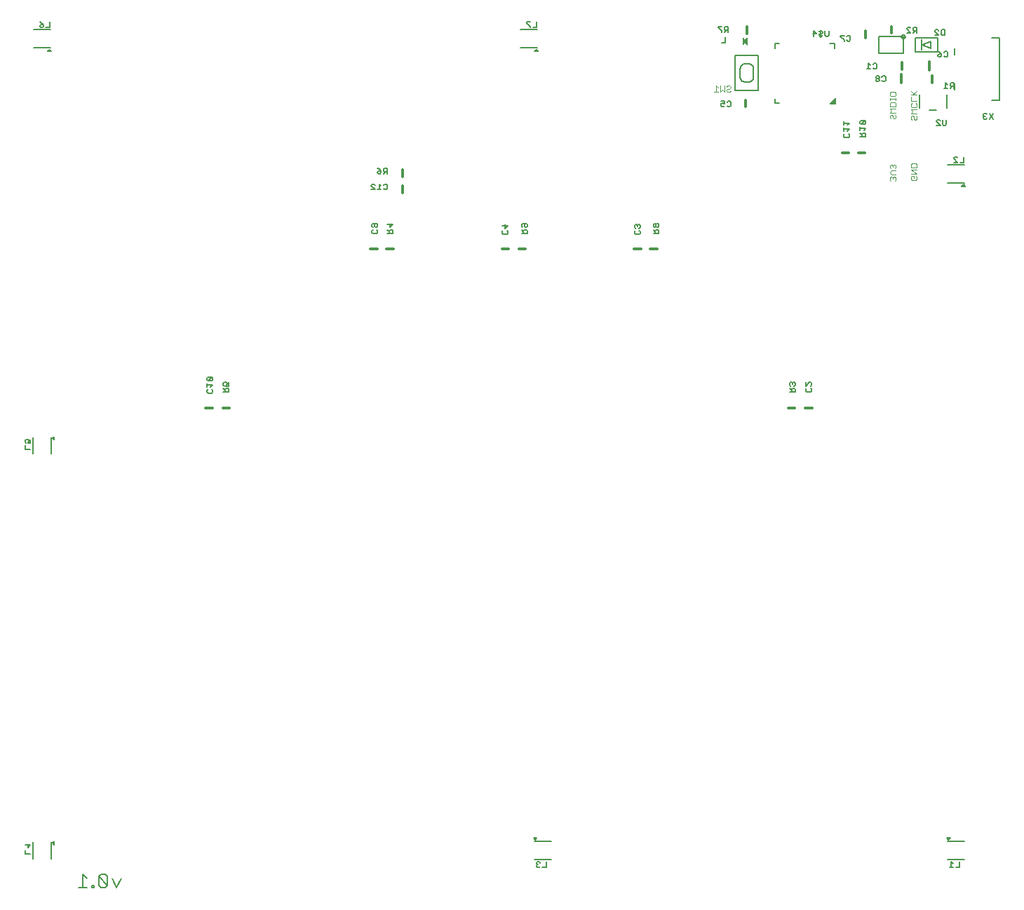
<source format=gbr>
G04 EAGLE Gerber RS-274X export*
G75*
%MOMM*%
%FSLAX34Y34*%
%LPD*%
%INSilkscreen Bottom*%
%IPPOS*%
%AMOC8*
5,1,8,0,0,1.08239X$1,22.5*%
G01*
%ADD10C,0.152400*%
%ADD11C,0.076200*%
%ADD12C,0.304800*%
%ADD13R,0.190500X0.889000*%
%ADD14C,0.127000*%
%ADD15C,0.203200*%
%ADD16R,0.200000X1.400000*%

G36*
X-187641Y1154569D02*
X-187641Y1154569D01*
X-187575Y1154571D01*
X-187532Y1154589D01*
X-187485Y1154597D01*
X-187428Y1154631D01*
X-187368Y1154656D01*
X-187333Y1154687D01*
X-187292Y1154712D01*
X-187251Y1154763D01*
X-187202Y1154807D01*
X-187180Y1154849D01*
X-187151Y1154886D01*
X-187130Y1154948D01*
X-187099Y1155007D01*
X-187091Y1155061D01*
X-187079Y1155098D01*
X-187080Y1155138D01*
X-187072Y1155192D01*
X-187072Y1161796D01*
X-187088Y1161884D01*
X-187097Y1161972D01*
X-187107Y1161993D01*
X-187111Y1162017D01*
X-187157Y1162094D01*
X-187196Y1162173D01*
X-187213Y1162190D01*
X-187226Y1162210D01*
X-187295Y1162266D01*
X-187359Y1162327D01*
X-187381Y1162336D01*
X-187400Y1162351D01*
X-187484Y1162380D01*
X-187566Y1162415D01*
X-187590Y1162416D01*
X-187612Y1162423D01*
X-187701Y1162421D01*
X-187790Y1162425D01*
X-187813Y1162417D01*
X-187837Y1162417D01*
X-187919Y1162383D01*
X-188004Y1162356D01*
X-188025Y1162340D01*
X-188044Y1162332D01*
X-188082Y1162298D01*
X-188154Y1162244D01*
X-194758Y1155640D01*
X-194809Y1155567D01*
X-194865Y1155498D01*
X-194873Y1155476D01*
X-194887Y1155456D01*
X-194909Y1155370D01*
X-194937Y1155286D01*
X-194937Y1155262D01*
X-194943Y1155239D01*
X-194933Y1155150D01*
X-194931Y1155061D01*
X-194922Y1155039D01*
X-194919Y1155016D01*
X-194880Y1154936D01*
X-194846Y1154854D01*
X-194830Y1154836D01*
X-194820Y1154815D01*
X-194755Y1154754D01*
X-194695Y1154688D01*
X-194674Y1154677D01*
X-194657Y1154661D01*
X-194575Y1154626D01*
X-194495Y1154585D01*
X-194469Y1154582D01*
X-194450Y1154573D01*
X-194400Y1154571D01*
X-194310Y1154558D01*
X-187706Y1154558D01*
X-187641Y1154569D01*
G37*
G36*
X-294076Y1226462D02*
X-294076Y1226462D01*
X-294059Y1226460D01*
X-293956Y1226482D01*
X-293851Y1226500D01*
X-293836Y1226508D01*
X-293818Y1226512D01*
X-293728Y1226566D01*
X-293635Y1226616D01*
X-293622Y1226629D01*
X-293607Y1226638D01*
X-293538Y1226718D01*
X-293466Y1226795D01*
X-293459Y1226812D01*
X-293447Y1226825D01*
X-293408Y1226923D01*
X-293364Y1227019D01*
X-293362Y1227037D01*
X-293355Y1227053D01*
X-293337Y1227220D01*
X-293337Y1234840D01*
X-293339Y1234857D01*
X-293338Y1234872D01*
X-293338Y1234875D01*
X-293359Y1234979D01*
X-293377Y1235083D01*
X-293385Y1235098D01*
X-293389Y1235116D01*
X-293442Y1235207D01*
X-293492Y1235300D01*
X-293504Y1235312D01*
X-293514Y1235328D01*
X-293593Y1235397D01*
X-293670Y1235470D01*
X-293686Y1235477D01*
X-293700Y1235489D01*
X-293797Y1235529D01*
X-293893Y1235573D01*
X-293911Y1235575D01*
X-293927Y1235582D01*
X-294033Y1235589D01*
X-294137Y1235600D01*
X-294155Y1235596D01*
X-294173Y1235598D01*
X-294275Y1235570D01*
X-294348Y1235554D01*
X-294351Y1235554D01*
X-294378Y1235548D01*
X-294393Y1235539D01*
X-294410Y1235534D01*
X-294555Y1235449D01*
X-299635Y1231639D01*
X-299638Y1231636D01*
X-299642Y1231634D01*
X-299723Y1231547D01*
X-299805Y1231462D01*
X-299807Y1231458D01*
X-299810Y1231455D01*
X-299860Y1231346D01*
X-299910Y1231239D01*
X-299910Y1231235D01*
X-299912Y1231231D01*
X-299925Y1231113D01*
X-299938Y1230995D01*
X-299938Y1230991D01*
X-299938Y1230986D01*
X-299912Y1230870D01*
X-299888Y1230754D01*
X-299885Y1230750D01*
X-299884Y1230746D01*
X-299823Y1230644D01*
X-299763Y1230542D01*
X-299759Y1230539D01*
X-299757Y1230536D01*
X-299635Y1230421D01*
X-294555Y1226611D01*
X-294539Y1226603D01*
X-294526Y1226591D01*
X-294430Y1226546D01*
X-294337Y1226497D01*
X-294319Y1226494D01*
X-294303Y1226487D01*
X-294198Y1226475D01*
X-294094Y1226459D01*
X-294076Y1226462D01*
G37*
D10*
X-1049782Y219889D02*
X-1055205Y209042D01*
X-1060629Y219889D01*
X-1066154Y222600D02*
X-1066154Y211754D01*
X-1066154Y222600D02*
X-1068865Y225312D01*
X-1074289Y225312D01*
X-1077000Y222600D01*
X-1077000Y211754D01*
X-1074289Y209042D01*
X-1068865Y209042D01*
X-1066154Y211754D01*
X-1077000Y222600D01*
X-1082525Y211754D02*
X-1082525Y209042D01*
X-1082525Y211754D02*
X-1085237Y211754D01*
X-1085237Y209042D01*
X-1082525Y209042D01*
X-1090711Y219889D02*
X-1096134Y225312D01*
X-1096134Y209042D01*
X-1090711Y209042D02*
X-1101558Y209042D01*
D11*
X-318986Y1176195D02*
X-317757Y1177423D01*
X-315300Y1177423D01*
X-314071Y1176195D01*
X-314071Y1174966D01*
X-315300Y1173737D01*
X-317757Y1173737D01*
X-318986Y1172508D01*
X-318986Y1171280D01*
X-317757Y1170051D01*
X-315300Y1170051D01*
X-314071Y1171280D01*
X-321555Y1170051D02*
X-321555Y1177423D01*
X-324013Y1172508D02*
X-321555Y1170051D01*
X-324013Y1172508D02*
X-326470Y1170051D01*
X-326470Y1177423D01*
X-329039Y1174966D02*
X-331497Y1177423D01*
X-331497Y1170051D01*
X-333954Y1170051D02*
X-329039Y1170051D01*
X-115903Y1142580D02*
X-114675Y1141351D01*
X-114675Y1138894D01*
X-115903Y1137665D01*
X-117132Y1137665D01*
X-118361Y1138894D01*
X-118361Y1141351D01*
X-119590Y1142580D01*
X-120818Y1142580D01*
X-122047Y1141351D01*
X-122047Y1138894D01*
X-120818Y1137665D01*
X-122047Y1145149D02*
X-114675Y1145149D01*
X-119590Y1147607D02*
X-122047Y1145149D01*
X-119590Y1147607D02*
X-122047Y1150064D01*
X-114675Y1150064D01*
X-114675Y1152633D02*
X-122047Y1152633D01*
X-122047Y1156319D01*
X-120818Y1157548D01*
X-115903Y1157548D01*
X-114675Y1156319D01*
X-114675Y1152633D01*
X-122047Y1160117D02*
X-122047Y1162575D01*
X-122047Y1161346D02*
X-114675Y1161346D01*
X-114675Y1160117D02*
X-114675Y1162575D01*
X-114675Y1166336D02*
X-114675Y1168793D01*
X-114675Y1166336D02*
X-115903Y1165107D01*
X-120818Y1165107D01*
X-122047Y1166336D01*
X-122047Y1168793D01*
X-120818Y1170022D01*
X-115903Y1170022D01*
X-114675Y1168793D01*
X-90503Y1141355D02*
X-89275Y1140126D01*
X-89275Y1137669D01*
X-90503Y1136440D01*
X-91732Y1136440D01*
X-92961Y1137669D01*
X-92961Y1140126D01*
X-94190Y1141355D01*
X-95418Y1141355D01*
X-96647Y1140126D01*
X-96647Y1137669D01*
X-95418Y1136440D01*
X-96647Y1143924D02*
X-89275Y1143924D01*
X-94190Y1146382D02*
X-96647Y1143924D01*
X-94190Y1146382D02*
X-96647Y1148839D01*
X-89275Y1148839D01*
X-89275Y1155095D02*
X-90503Y1156323D01*
X-89275Y1155095D02*
X-89275Y1152637D01*
X-90503Y1151409D01*
X-95418Y1151409D01*
X-96647Y1152637D01*
X-96647Y1155095D01*
X-95418Y1156323D01*
X-96647Y1158893D02*
X-89275Y1158893D01*
X-96647Y1158893D02*
X-96647Y1163808D01*
X-96647Y1166377D02*
X-89275Y1166377D01*
X-94190Y1166377D02*
X-89275Y1171292D01*
X-92961Y1167606D02*
X-96647Y1171292D01*
X-114675Y1063737D02*
X-115903Y1062509D01*
X-114675Y1063737D02*
X-114675Y1066195D01*
X-115903Y1067423D01*
X-117132Y1067423D01*
X-118361Y1066195D01*
X-118361Y1064966D01*
X-118361Y1066195D02*
X-119590Y1067423D01*
X-120818Y1067423D01*
X-122047Y1066195D01*
X-122047Y1063737D01*
X-120818Y1062509D01*
X-119590Y1069993D02*
X-114675Y1069993D01*
X-119590Y1069993D02*
X-122047Y1072450D01*
X-119590Y1074908D01*
X-114675Y1074908D01*
X-115903Y1077477D02*
X-114675Y1078706D01*
X-114675Y1081163D01*
X-115903Y1082392D01*
X-117132Y1082392D01*
X-118361Y1081163D01*
X-118361Y1079934D01*
X-118361Y1081163D02*
X-119590Y1082392D01*
X-120818Y1082392D01*
X-122047Y1081163D01*
X-122047Y1078706D01*
X-120818Y1077477D01*
X-90503Y1068693D02*
X-89275Y1067465D01*
X-89275Y1065007D01*
X-90503Y1063779D01*
X-95418Y1063779D01*
X-96647Y1065007D01*
X-96647Y1067465D01*
X-95418Y1068693D01*
X-92961Y1068693D01*
X-92961Y1066236D01*
X-96647Y1071263D02*
X-89275Y1071263D01*
X-96647Y1076178D01*
X-89275Y1076178D01*
X-89275Y1078747D02*
X-96647Y1078747D01*
X-96647Y1082433D01*
X-95418Y1083662D01*
X-90503Y1083662D01*
X-89275Y1082433D01*
X-89275Y1078747D01*
D12*
X-74345Y1196740D02*
X-74345Y1206900D01*
D10*
X-56398Y1217750D02*
X-55297Y1218852D01*
X-53094Y1218852D01*
X-51992Y1217750D01*
X-51992Y1213344D01*
X-53094Y1212242D01*
X-55297Y1212242D01*
X-56398Y1213344D01*
X-61679Y1217750D02*
X-63883Y1218852D01*
X-61679Y1217750D02*
X-59476Y1215547D01*
X-59476Y1213344D01*
X-60578Y1212242D01*
X-62781Y1212242D01*
X-63883Y1213344D01*
X-63883Y1214445D01*
X-62781Y1215547D01*
X-59476Y1215547D01*
D12*
X-151255Y1235690D02*
X-151255Y1243690D01*
D10*
X-172852Y1238027D02*
X-173953Y1236925D01*
X-172852Y1238027D02*
X-170649Y1238027D01*
X-169547Y1236925D01*
X-169547Y1232519D01*
X-170649Y1231417D01*
X-172852Y1231417D01*
X-173953Y1232519D01*
X-177031Y1238027D02*
X-181438Y1238027D01*
X-181438Y1236925D01*
X-177031Y1232519D01*
X-177031Y1231417D01*
D12*
X-107985Y1191110D02*
X-107985Y1180950D01*
D10*
X-130392Y1189357D02*
X-131493Y1188255D01*
X-130392Y1189357D02*
X-128189Y1189357D01*
X-127087Y1188255D01*
X-127087Y1183849D01*
X-128189Y1182747D01*
X-130392Y1182747D01*
X-131493Y1183849D01*
X-134571Y1188255D02*
X-135673Y1189357D01*
X-137876Y1189357D01*
X-138978Y1188255D01*
X-138978Y1187153D01*
X-137876Y1186052D01*
X-138978Y1184950D01*
X-138978Y1183849D01*
X-137876Y1182747D01*
X-135673Y1182747D01*
X-134571Y1183849D01*
X-134571Y1184950D01*
X-135673Y1186052D01*
X-134571Y1187153D01*
X-134571Y1188255D01*
X-135673Y1186052D02*
X-137876Y1186052D01*
D13*
X-298996Y1231030D03*
D10*
X-320260Y1229252D02*
X-320260Y1235862D01*
X-320260Y1229252D02*
X-324666Y1229252D01*
D12*
X-294513Y1240600D02*
X-294513Y1248600D01*
D10*
X-317137Y1248924D02*
X-317137Y1242314D01*
X-317137Y1248924D02*
X-320442Y1248924D01*
X-321543Y1247822D01*
X-321543Y1245619D01*
X-320442Y1244517D01*
X-317137Y1244517D01*
X-319340Y1244517D02*
X-321543Y1242314D01*
X-324621Y1248924D02*
X-329027Y1248924D01*
X-329027Y1247822D01*
X-324621Y1243416D01*
X-324621Y1242314D01*
D14*
X-308513Y1214165D02*
X-308513Y1172165D01*
X-280513Y1172165D01*
X-280513Y1214165D01*
X-308513Y1214165D01*
X-292513Y1204165D02*
X-292361Y1204163D01*
X-292209Y1204157D01*
X-292057Y1204148D01*
X-291906Y1204134D01*
X-291755Y1204117D01*
X-291604Y1204096D01*
X-291454Y1204071D01*
X-291305Y1204042D01*
X-291157Y1204010D01*
X-291009Y1203973D01*
X-290862Y1203934D01*
X-290717Y1203890D01*
X-290572Y1203842D01*
X-290429Y1203792D01*
X-290287Y1203737D01*
X-290147Y1203679D01*
X-290008Y1203617D01*
X-289871Y1203552D01*
X-289735Y1203483D01*
X-289601Y1203411D01*
X-289469Y1203336D01*
X-289339Y1203257D01*
X-289211Y1203175D01*
X-289085Y1203090D01*
X-288962Y1203001D01*
X-288840Y1202910D01*
X-288721Y1202815D01*
X-288605Y1202718D01*
X-288491Y1202617D01*
X-288379Y1202514D01*
X-288270Y1202408D01*
X-288164Y1202299D01*
X-288061Y1202187D01*
X-287960Y1202073D01*
X-287863Y1201957D01*
X-287768Y1201838D01*
X-287677Y1201716D01*
X-287588Y1201593D01*
X-287503Y1201467D01*
X-287421Y1201339D01*
X-287342Y1201209D01*
X-287267Y1201077D01*
X-287195Y1200943D01*
X-287126Y1200807D01*
X-287061Y1200670D01*
X-286999Y1200531D01*
X-286941Y1200391D01*
X-286886Y1200249D01*
X-286836Y1200106D01*
X-286788Y1199961D01*
X-286744Y1199816D01*
X-286705Y1199669D01*
X-286668Y1199521D01*
X-286636Y1199373D01*
X-286607Y1199224D01*
X-286582Y1199074D01*
X-286561Y1198923D01*
X-286544Y1198772D01*
X-286530Y1198621D01*
X-286521Y1198469D01*
X-286515Y1198317D01*
X-286513Y1198165D01*
X-292513Y1204165D02*
X-296513Y1204165D01*
X-296665Y1204163D01*
X-296817Y1204157D01*
X-296969Y1204148D01*
X-297120Y1204134D01*
X-297271Y1204117D01*
X-297422Y1204096D01*
X-297572Y1204071D01*
X-297721Y1204042D01*
X-297869Y1204010D01*
X-298017Y1203973D01*
X-298164Y1203934D01*
X-298309Y1203890D01*
X-298454Y1203842D01*
X-298597Y1203792D01*
X-298739Y1203737D01*
X-298879Y1203679D01*
X-299018Y1203617D01*
X-299155Y1203552D01*
X-299291Y1203483D01*
X-299425Y1203411D01*
X-299557Y1203336D01*
X-299687Y1203257D01*
X-299815Y1203175D01*
X-299941Y1203090D01*
X-300064Y1203001D01*
X-300186Y1202910D01*
X-300305Y1202815D01*
X-300421Y1202718D01*
X-300535Y1202617D01*
X-300647Y1202514D01*
X-300756Y1202408D01*
X-300862Y1202299D01*
X-300965Y1202187D01*
X-301066Y1202073D01*
X-301163Y1201957D01*
X-301258Y1201838D01*
X-301349Y1201716D01*
X-301438Y1201593D01*
X-301523Y1201467D01*
X-301605Y1201339D01*
X-301684Y1201209D01*
X-301759Y1201077D01*
X-301831Y1200943D01*
X-301900Y1200807D01*
X-301965Y1200670D01*
X-302027Y1200531D01*
X-302085Y1200391D01*
X-302140Y1200249D01*
X-302190Y1200106D01*
X-302238Y1199961D01*
X-302282Y1199816D01*
X-302321Y1199669D01*
X-302358Y1199521D01*
X-302390Y1199373D01*
X-302419Y1199224D01*
X-302444Y1199074D01*
X-302465Y1198923D01*
X-302482Y1198772D01*
X-302496Y1198621D01*
X-302505Y1198469D01*
X-302511Y1198317D01*
X-302513Y1198165D01*
X-302513Y1188165D01*
X-302511Y1188013D01*
X-302505Y1187861D01*
X-302496Y1187709D01*
X-302482Y1187558D01*
X-302465Y1187407D01*
X-302444Y1187256D01*
X-302419Y1187106D01*
X-302390Y1186957D01*
X-302358Y1186809D01*
X-302321Y1186661D01*
X-302282Y1186514D01*
X-302238Y1186369D01*
X-302190Y1186224D01*
X-302140Y1186081D01*
X-302085Y1185939D01*
X-302027Y1185799D01*
X-301965Y1185660D01*
X-301900Y1185523D01*
X-301831Y1185387D01*
X-301759Y1185253D01*
X-301684Y1185121D01*
X-301605Y1184991D01*
X-301523Y1184863D01*
X-301438Y1184737D01*
X-301349Y1184614D01*
X-301258Y1184492D01*
X-301163Y1184373D01*
X-301066Y1184257D01*
X-300965Y1184143D01*
X-300862Y1184031D01*
X-300756Y1183922D01*
X-300647Y1183816D01*
X-300535Y1183713D01*
X-300421Y1183612D01*
X-300305Y1183515D01*
X-300186Y1183420D01*
X-300064Y1183329D01*
X-299941Y1183240D01*
X-299815Y1183155D01*
X-299687Y1183073D01*
X-299557Y1182994D01*
X-299425Y1182919D01*
X-299291Y1182847D01*
X-299155Y1182778D01*
X-299018Y1182713D01*
X-298879Y1182651D01*
X-298739Y1182593D01*
X-298597Y1182538D01*
X-298454Y1182488D01*
X-298309Y1182440D01*
X-298164Y1182396D01*
X-298017Y1182357D01*
X-297869Y1182320D01*
X-297721Y1182288D01*
X-297572Y1182259D01*
X-297422Y1182234D01*
X-297271Y1182213D01*
X-297120Y1182196D01*
X-296969Y1182182D01*
X-296817Y1182173D01*
X-296665Y1182167D01*
X-296513Y1182165D01*
X-292513Y1182165D01*
X-292361Y1182167D01*
X-292209Y1182173D01*
X-292057Y1182182D01*
X-291906Y1182196D01*
X-291755Y1182213D01*
X-291604Y1182234D01*
X-291454Y1182259D01*
X-291305Y1182288D01*
X-291157Y1182320D01*
X-291009Y1182357D01*
X-290862Y1182396D01*
X-290717Y1182440D01*
X-290572Y1182488D01*
X-290429Y1182538D01*
X-290287Y1182593D01*
X-290147Y1182651D01*
X-290008Y1182713D01*
X-289871Y1182778D01*
X-289735Y1182847D01*
X-289601Y1182919D01*
X-289469Y1182994D01*
X-289339Y1183073D01*
X-289211Y1183155D01*
X-289085Y1183240D01*
X-288962Y1183329D01*
X-288840Y1183420D01*
X-288721Y1183515D01*
X-288605Y1183612D01*
X-288491Y1183713D01*
X-288379Y1183816D01*
X-288270Y1183922D01*
X-288164Y1184031D01*
X-288061Y1184143D01*
X-287960Y1184257D01*
X-287863Y1184373D01*
X-287768Y1184492D01*
X-287677Y1184614D01*
X-287588Y1184737D01*
X-287503Y1184863D01*
X-287421Y1184991D01*
X-287342Y1185121D01*
X-287267Y1185253D01*
X-287195Y1185387D01*
X-287126Y1185523D01*
X-287061Y1185660D01*
X-286999Y1185799D01*
X-286941Y1185939D01*
X-286886Y1186081D01*
X-286836Y1186224D01*
X-286788Y1186369D01*
X-286744Y1186514D01*
X-286705Y1186661D01*
X-286668Y1186809D01*
X-286636Y1186957D01*
X-286607Y1187106D01*
X-286582Y1187256D01*
X-286561Y1187407D01*
X-286544Y1187558D01*
X-286530Y1187709D01*
X-286521Y1187861D01*
X-286515Y1188013D01*
X-286513Y1188165D01*
X-286513Y1198165D01*
X-44020Y1214610D02*
X-44020Y1222610D01*
X-44020Y1180610D02*
X-44020Y1172610D01*
X980Y1235610D02*
X9980Y1235610D01*
X9980Y1159610D01*
X980Y1159610D01*
D10*
X2888Y1143922D02*
X-1518Y1137312D01*
X2888Y1137312D02*
X-1518Y1143922D01*
X-4596Y1142820D02*
X-5698Y1143922D01*
X-7901Y1143922D01*
X-9003Y1142820D01*
X-9003Y1141718D01*
X-7901Y1140617D01*
X-6799Y1140617D01*
X-7901Y1140617D02*
X-9003Y1139515D01*
X-9003Y1138414D01*
X-7901Y1137312D01*
X-5698Y1137312D01*
X-4596Y1138414D01*
D15*
X-86350Y1150875D02*
X-86350Y1166875D01*
X-53350Y1166875D02*
X-53350Y1150875D01*
X-65850Y1148375D02*
X-73850Y1148375D01*
D10*
X-53644Y1136529D02*
X-53644Y1131021D01*
X-54745Y1129919D01*
X-56949Y1129919D01*
X-58050Y1131021D01*
X-58050Y1136529D01*
X-61128Y1129919D02*
X-65534Y1129919D01*
X-61128Y1129919D02*
X-65534Y1134325D01*
X-65534Y1135427D01*
X-64433Y1136529D01*
X-62229Y1136529D01*
X-61128Y1135427D01*
D14*
X-188790Y1228530D02*
X-194290Y1228530D01*
X-188790Y1228530D02*
X-188790Y1223030D01*
X-255290Y1228530D02*
X-260790Y1228530D01*
X-260790Y1223030D01*
X-260790Y1162030D02*
X-260790Y1156530D01*
X-255290Y1156530D01*
D10*
X-195702Y1238394D02*
X-195702Y1243902D01*
X-195702Y1238394D02*
X-196804Y1237292D01*
X-199007Y1237292D01*
X-200108Y1238394D01*
X-200108Y1243902D01*
X-203186Y1238394D02*
X-204288Y1237292D01*
X-206491Y1237292D01*
X-207593Y1238394D01*
X-207593Y1239495D01*
X-206491Y1240597D01*
X-204288Y1240597D01*
X-203186Y1241698D01*
X-203186Y1242800D01*
X-204288Y1243902D01*
X-206491Y1243902D01*
X-207593Y1242800D01*
X-205389Y1245003D02*
X-205389Y1236190D01*
X-213975Y1237292D02*
X-213975Y1243902D01*
X-210670Y1240597D01*
X-215077Y1240597D01*
D12*
X-107696Y1205420D02*
X-107696Y1197420D01*
D10*
X-141245Y1204474D02*
X-142346Y1203372D01*
X-141245Y1204474D02*
X-139041Y1204474D01*
X-137940Y1203372D01*
X-137940Y1198966D01*
X-139041Y1197864D01*
X-141245Y1197864D01*
X-142346Y1198966D01*
X-145424Y1202270D02*
X-147627Y1204474D01*
X-147627Y1197864D01*
X-145424Y1197864D02*
X-149830Y1197864D01*
D12*
X-295783Y1160335D02*
X-295783Y1152335D01*
D10*
X-317394Y1158881D02*
X-318495Y1157779D01*
X-317394Y1158881D02*
X-315190Y1158881D01*
X-314089Y1157779D01*
X-314089Y1153373D01*
X-315190Y1152271D01*
X-317394Y1152271D01*
X-318495Y1153373D01*
X-321573Y1158881D02*
X-325979Y1158881D01*
X-321573Y1158881D02*
X-321573Y1155576D01*
X-323776Y1156677D01*
X-324878Y1156677D01*
X-325979Y1155576D01*
X-325979Y1153373D01*
X-324878Y1152271D01*
X-322674Y1152271D01*
X-321573Y1153373D01*
D12*
X-70485Y1181545D02*
X-70485Y1189545D01*
D10*
X-44849Y1180979D02*
X-44849Y1174369D01*
X-44849Y1180979D02*
X-48154Y1180979D01*
X-49255Y1179877D01*
X-49255Y1177674D01*
X-48154Y1176572D01*
X-44849Y1176572D01*
X-47052Y1176572D02*
X-49255Y1174369D01*
X-52333Y1178775D02*
X-54536Y1180979D01*
X-54536Y1174369D01*
X-52333Y1174369D02*
X-56739Y1174369D01*
X-72470Y1222820D02*
X-82470Y1226820D01*
X-72470Y1222820D02*
X-72470Y1230820D01*
X-82470Y1226820D01*
D14*
X-90970Y1218570D02*
X-63970Y1218570D01*
X-63970Y1235070D01*
X-90970Y1235070D01*
X-90970Y1218570D01*
D16*
X-83470Y1226820D03*
D10*
X-55644Y1238504D02*
X-55644Y1245114D01*
X-55644Y1238504D02*
X-58949Y1238504D01*
X-60050Y1239606D01*
X-60050Y1244012D01*
X-58949Y1245114D01*
X-55644Y1245114D01*
X-63128Y1238504D02*
X-67534Y1238504D01*
X-63128Y1238504D02*
X-67534Y1242910D01*
X-67534Y1244012D01*
X-66433Y1245114D01*
X-64229Y1245114D01*
X-63128Y1244012D01*
D14*
X-52164Y1060245D02*
X-32164Y1060245D01*
X-32164Y1082245D02*
X-52164Y1082245D01*
X-34164Y1056245D02*
X-31164Y1056245D01*
X-34164Y1056245D02*
X-35164Y1056245D01*
X-33164Y1058245D01*
X-31164Y1056245D01*
X-32164Y1056245D01*
X-33164Y1057245D01*
D10*
X-32926Y1085007D02*
X-32926Y1091617D01*
X-32926Y1085007D02*
X-37332Y1085007D01*
X-40410Y1085007D02*
X-44817Y1085007D01*
X-44817Y1089413D02*
X-40410Y1085007D01*
X-44817Y1089413D02*
X-44817Y1090515D01*
X-43715Y1091617D01*
X-41512Y1091617D01*
X-40410Y1090515D01*
D14*
X-105650Y1236820D02*
X-135650Y1236820D01*
X-135650Y1216820D01*
X-105650Y1216820D01*
X-105650Y1236820D01*
X-107886Y1236820D02*
X-107884Y1236914D01*
X-107878Y1237008D01*
X-107868Y1237102D01*
X-107854Y1237195D01*
X-107836Y1237288D01*
X-107815Y1237380D01*
X-107789Y1237470D01*
X-107760Y1237560D01*
X-107727Y1237648D01*
X-107690Y1237735D01*
X-107650Y1237820D01*
X-107606Y1237904D01*
X-107558Y1237985D01*
X-107508Y1238065D01*
X-107453Y1238142D01*
X-107396Y1238217D01*
X-107336Y1238289D01*
X-107272Y1238359D01*
X-107206Y1238426D01*
X-107137Y1238490D01*
X-107065Y1238551D01*
X-106991Y1238609D01*
X-106914Y1238664D01*
X-106835Y1238716D01*
X-106754Y1238764D01*
X-106671Y1238809D01*
X-106587Y1238850D01*
X-106500Y1238888D01*
X-106412Y1238922D01*
X-106323Y1238952D01*
X-106233Y1238979D01*
X-106141Y1239001D01*
X-106049Y1239020D01*
X-105955Y1239035D01*
X-105862Y1239046D01*
X-105768Y1239053D01*
X-105674Y1239056D01*
X-105579Y1239055D01*
X-105485Y1239050D01*
X-105391Y1239041D01*
X-105298Y1239028D01*
X-105205Y1239011D01*
X-105113Y1238991D01*
X-105022Y1238966D01*
X-104932Y1238938D01*
X-104844Y1238906D01*
X-104756Y1238870D01*
X-104671Y1238830D01*
X-104587Y1238787D01*
X-104505Y1238741D01*
X-104425Y1238691D01*
X-104347Y1238637D01*
X-104272Y1238581D01*
X-104199Y1238521D01*
X-104128Y1238458D01*
X-104061Y1238393D01*
X-103996Y1238324D01*
X-103934Y1238253D01*
X-103875Y1238180D01*
X-103819Y1238104D01*
X-103767Y1238025D01*
X-103718Y1237945D01*
X-103672Y1237862D01*
X-103630Y1237778D01*
X-103591Y1237692D01*
X-103556Y1237604D01*
X-103525Y1237515D01*
X-103497Y1237425D01*
X-103474Y1237334D01*
X-103454Y1237242D01*
X-103438Y1237149D01*
X-103426Y1237055D01*
X-103418Y1236961D01*
X-103414Y1236867D01*
X-103414Y1236773D01*
X-103418Y1236679D01*
X-103426Y1236585D01*
X-103438Y1236491D01*
X-103454Y1236398D01*
X-103474Y1236306D01*
X-103497Y1236215D01*
X-103525Y1236125D01*
X-103556Y1236036D01*
X-103591Y1235948D01*
X-103630Y1235862D01*
X-103672Y1235778D01*
X-103718Y1235695D01*
X-103767Y1235615D01*
X-103819Y1235536D01*
X-103875Y1235460D01*
X-103934Y1235387D01*
X-103996Y1235316D01*
X-104061Y1235247D01*
X-104128Y1235182D01*
X-104199Y1235119D01*
X-104272Y1235059D01*
X-104347Y1235003D01*
X-104425Y1234949D01*
X-104505Y1234899D01*
X-104587Y1234853D01*
X-104671Y1234810D01*
X-104756Y1234770D01*
X-104844Y1234734D01*
X-104932Y1234702D01*
X-105022Y1234674D01*
X-105113Y1234649D01*
X-105205Y1234629D01*
X-105298Y1234612D01*
X-105391Y1234599D01*
X-105485Y1234590D01*
X-105579Y1234585D01*
X-105674Y1234584D01*
X-105768Y1234587D01*
X-105862Y1234594D01*
X-105955Y1234605D01*
X-106049Y1234620D01*
X-106141Y1234639D01*
X-106233Y1234661D01*
X-106323Y1234688D01*
X-106412Y1234718D01*
X-106500Y1234752D01*
X-106587Y1234790D01*
X-106671Y1234831D01*
X-106754Y1234876D01*
X-106835Y1234924D01*
X-106914Y1234976D01*
X-106991Y1235031D01*
X-107065Y1235089D01*
X-107137Y1235150D01*
X-107206Y1235214D01*
X-107272Y1235281D01*
X-107336Y1235351D01*
X-107396Y1235423D01*
X-107453Y1235498D01*
X-107508Y1235575D01*
X-107558Y1235655D01*
X-107606Y1235736D01*
X-107650Y1235820D01*
X-107690Y1235905D01*
X-107727Y1235992D01*
X-107760Y1236080D01*
X-107789Y1236170D01*
X-107815Y1236260D01*
X-107836Y1236352D01*
X-107854Y1236445D01*
X-107868Y1236538D01*
X-107878Y1236632D01*
X-107884Y1236726D01*
X-107886Y1236820D01*
D12*
X-120015Y1241235D02*
X-120015Y1249235D01*
D10*
X-89299Y1248289D02*
X-89299Y1241679D01*
X-89299Y1248289D02*
X-92604Y1248289D01*
X-93705Y1247187D01*
X-93705Y1244984D01*
X-92604Y1243882D01*
X-89299Y1243882D01*
X-91502Y1243882D02*
X-93705Y1241679D01*
X-96783Y1241679D02*
X-101189Y1241679D01*
X-96783Y1241679D02*
X-101189Y1246085D01*
X-101189Y1247187D01*
X-100088Y1248289D01*
X-97884Y1248289D01*
X-96783Y1247187D01*
D14*
X-52164Y265000D02*
X-32164Y265000D01*
X-32164Y243000D02*
X-52164Y243000D01*
X-53164Y269000D02*
X-50164Y269000D01*
X-49164Y269000D01*
X-51164Y267000D01*
X-53164Y269000D01*
X-52164Y269000D01*
X-51164Y268000D01*
D10*
X-37958Y240244D02*
X-37958Y233634D01*
X-42364Y233634D01*
X-45442Y238040D02*
X-47645Y240244D01*
X-47645Y233634D01*
X-45442Y233634D02*
X-49848Y233634D01*
D14*
X-531020Y265000D02*
X-551020Y265000D01*
X-551020Y243000D02*
X-531020Y243000D01*
X-549020Y269000D02*
X-552020Y269000D01*
X-549020Y269000D02*
X-548020Y269000D01*
X-550020Y267000D01*
X-552020Y269000D01*
X-551020Y269000D01*
X-550020Y268000D01*
D10*
X-536814Y240244D02*
X-536814Y233634D01*
X-541220Y233634D01*
X-544298Y239142D02*
X-545399Y240244D01*
X-547603Y240244D01*
X-548704Y239142D01*
X-548704Y238040D01*
X-547603Y236939D01*
X-546501Y236939D01*
X-547603Y236939D02*
X-548704Y235837D01*
X-548704Y234736D01*
X-547603Y233634D01*
X-545399Y233634D01*
X-544298Y234736D01*
D14*
X-1134540Y244000D02*
X-1134540Y264000D01*
X-1156540Y264000D02*
X-1156540Y244000D01*
X-1130540Y262000D02*
X-1130540Y265000D01*
X-1130540Y262000D02*
X-1130540Y261000D01*
X-1132540Y263000D01*
X-1130540Y265000D01*
X-1130540Y264000D01*
X-1131540Y263000D01*
D10*
X-1159296Y249794D02*
X-1165906Y249794D01*
X-1165906Y254200D01*
X-1165906Y260583D02*
X-1159296Y260583D01*
X-1162601Y257278D01*
X-1162601Y261684D01*
D14*
X-1134540Y732950D02*
X-1134540Y752950D01*
X-1156540Y752950D02*
X-1156540Y732950D01*
X-1130540Y750950D02*
X-1130540Y753950D01*
X-1130540Y750950D02*
X-1130540Y749950D01*
X-1132540Y751950D01*
X-1130540Y753950D01*
X-1130540Y752950D01*
X-1131540Y751950D01*
D10*
X-1159296Y738744D02*
X-1165906Y738744D01*
X-1165906Y743150D01*
X-1159296Y746228D02*
X-1159296Y750634D01*
X-1159296Y746228D02*
X-1162601Y746228D01*
X-1161500Y748431D01*
X-1161500Y749533D01*
X-1162601Y750634D01*
X-1164804Y750634D01*
X-1165906Y749533D01*
X-1165906Y747329D01*
X-1164804Y746228D01*
D14*
X-1155540Y1223186D02*
X-1135540Y1223186D01*
X-1135540Y1245186D02*
X-1155540Y1245186D01*
X-1137540Y1219186D02*
X-1134540Y1219186D01*
X-1137540Y1219186D02*
X-1138540Y1219186D01*
X-1136540Y1221186D01*
X-1134540Y1219186D01*
X-1135540Y1219186D01*
X-1136540Y1220186D01*
D10*
X-1136302Y1247948D02*
X-1136302Y1254558D01*
X-1136302Y1247948D02*
X-1140708Y1247948D01*
X-1145989Y1253456D02*
X-1148193Y1254558D01*
X-1145989Y1253456D02*
X-1143786Y1251253D01*
X-1143786Y1249050D01*
X-1144888Y1247948D01*
X-1147091Y1247948D01*
X-1148193Y1249050D01*
X-1148193Y1250151D01*
X-1147091Y1251253D01*
X-1143786Y1251253D01*
D14*
X-567530Y1223186D02*
X-547530Y1223186D01*
X-547530Y1245186D02*
X-567530Y1245186D01*
X-549530Y1219186D02*
X-546530Y1219186D01*
X-549530Y1219186D02*
X-550530Y1219186D01*
X-548530Y1221186D01*
X-546530Y1219186D01*
X-547530Y1219186D01*
X-548530Y1220186D01*
D10*
X-548292Y1247948D02*
X-548292Y1254558D01*
X-548292Y1247948D02*
X-552698Y1247948D01*
X-555776Y1254558D02*
X-560183Y1254558D01*
X-560183Y1253456D01*
X-555776Y1249050D01*
X-555776Y1247948D01*
D12*
X-244538Y788670D02*
X-236538Y788670D01*
D10*
X-236214Y807484D02*
X-242824Y807484D01*
X-236214Y807484D02*
X-236214Y810789D01*
X-237316Y811890D01*
X-239519Y811890D01*
X-240621Y810789D01*
X-240621Y807484D01*
X-240621Y809687D02*
X-242824Y811890D01*
X-237316Y814968D02*
X-236214Y816069D01*
X-236214Y818273D01*
X-237316Y819374D01*
X-238418Y819374D01*
X-239519Y818273D01*
X-239519Y817171D01*
X-239519Y818273D02*
X-240621Y819374D01*
X-241722Y819374D01*
X-242824Y818273D01*
X-242824Y816069D01*
X-241722Y814968D01*
D12*
X-721170Y980440D02*
X-729170Y980440D01*
D10*
X-728726Y999254D02*
X-722116Y999254D01*
X-722116Y1002559D01*
X-723218Y1003660D01*
X-725421Y1003660D01*
X-726523Y1002559D01*
X-726523Y999254D01*
X-726523Y1001457D02*
X-728726Y1003660D01*
X-728726Y1010043D02*
X-722116Y1010043D01*
X-725421Y1006738D01*
X-725421Y1011144D01*
D12*
X-919036Y788670D02*
X-927036Y788670D01*
D10*
X-926592Y807484D02*
X-919982Y807484D01*
X-919982Y810789D01*
X-921084Y811890D01*
X-923287Y811890D01*
X-924389Y810789D01*
X-924389Y807484D01*
X-924389Y809687D02*
X-926592Y811890D01*
X-919982Y814968D02*
X-919982Y819374D01*
X-919982Y814968D02*
X-923287Y814968D01*
X-922186Y817171D01*
X-922186Y818273D01*
X-923287Y819374D01*
X-925490Y819374D01*
X-926592Y818273D01*
X-926592Y816069D01*
X-925490Y814968D01*
D12*
X-709930Y1067880D02*
X-709930Y1075880D01*
D10*
X-728472Y1077982D02*
X-728472Y1071372D01*
X-728472Y1077982D02*
X-731777Y1077982D01*
X-732878Y1076880D01*
X-732878Y1074677D01*
X-731777Y1073575D01*
X-728472Y1073575D01*
X-730675Y1073575D02*
X-732878Y1071372D01*
X-738159Y1076880D02*
X-740363Y1077982D01*
X-738159Y1076880D02*
X-735956Y1074677D01*
X-735956Y1072474D01*
X-737058Y1071372D01*
X-739261Y1071372D01*
X-740363Y1072474D01*
X-740363Y1073575D01*
X-739261Y1074677D01*
X-735956Y1074677D01*
D12*
X-410908Y980440D02*
X-402908Y980440D01*
D10*
X-400806Y998982D02*
X-407416Y998982D01*
X-400806Y998982D02*
X-400806Y1002287D01*
X-401908Y1003388D01*
X-404111Y1003388D01*
X-405213Y1002287D01*
X-405213Y998982D01*
X-405213Y1001185D02*
X-407416Y1003388D01*
X-401908Y1006466D02*
X-400806Y1007568D01*
X-400806Y1009771D01*
X-401908Y1010873D01*
X-403010Y1010873D01*
X-404111Y1009771D01*
X-405213Y1010873D01*
X-406314Y1010873D01*
X-407416Y1009771D01*
X-407416Y1007568D01*
X-406314Y1006466D01*
X-405213Y1006466D01*
X-404111Y1007568D01*
X-403010Y1006466D01*
X-401908Y1006466D01*
X-404111Y1007568D02*
X-404111Y1009771D01*
D12*
X-561912Y980440D02*
X-569912Y980440D01*
D10*
X-566420Y998982D02*
X-559810Y998982D01*
X-559810Y1002287D01*
X-560912Y1003388D01*
X-563115Y1003388D01*
X-564217Y1002287D01*
X-564217Y998982D01*
X-564217Y1001185D02*
X-566420Y1003388D01*
X-565318Y1006466D02*
X-566420Y1007568D01*
X-566420Y1009771D01*
X-565318Y1010873D01*
X-560912Y1010873D01*
X-559810Y1009771D01*
X-559810Y1007568D01*
X-560912Y1006466D01*
X-562014Y1006466D01*
X-563115Y1007568D01*
X-563115Y1010873D01*
D12*
X-223710Y788670D02*
X-215710Y788670D01*
D10*
X-216656Y810789D02*
X-217758Y811890D01*
X-216656Y810789D02*
X-216656Y808585D01*
X-217758Y807484D01*
X-222164Y807484D01*
X-223266Y808585D01*
X-223266Y810789D01*
X-222164Y811890D01*
X-223266Y814968D02*
X-223266Y819374D01*
X-223266Y814968D02*
X-218860Y819374D01*
X-217758Y819374D01*
X-216656Y818273D01*
X-216656Y816069D01*
X-217758Y814968D01*
D12*
X-422466Y980440D02*
X-430466Y980440D01*
D10*
X-423412Y1001289D02*
X-424514Y1002390D01*
X-423412Y1001289D02*
X-423412Y999085D01*
X-424514Y997984D01*
X-428920Y997984D01*
X-430022Y999085D01*
X-430022Y1001289D01*
X-428920Y1002390D01*
X-424514Y1005468D02*
X-423412Y1006569D01*
X-423412Y1008773D01*
X-424514Y1009874D01*
X-425616Y1009874D01*
X-426717Y1008773D01*
X-426717Y1007671D01*
X-426717Y1008773D02*
X-427819Y1009874D01*
X-428920Y1009874D01*
X-430022Y1008773D01*
X-430022Y1006569D01*
X-428920Y1005468D01*
D12*
X-582232Y980440D02*
X-590232Y980440D01*
D10*
X-583178Y1001289D02*
X-584280Y1002390D01*
X-583178Y1001289D02*
X-583178Y999085D01*
X-584280Y997984D01*
X-588686Y997984D01*
X-589788Y999085D01*
X-589788Y1001289D01*
X-588686Y1002390D01*
X-589788Y1008773D02*
X-583178Y1008773D01*
X-586483Y1005468D01*
X-586483Y1009874D01*
D12*
X-740728Y980440D02*
X-748728Y980440D01*
D10*
X-740404Y1002559D02*
X-741506Y1003660D01*
X-740404Y1002559D02*
X-740404Y1000355D01*
X-741506Y999254D01*
X-745912Y999254D01*
X-747014Y1000355D01*
X-747014Y1002559D01*
X-745912Y1003660D01*
X-745912Y1006738D02*
X-747014Y1007839D01*
X-747014Y1010043D01*
X-745912Y1011144D01*
X-741506Y1011144D01*
X-740404Y1010043D01*
X-740404Y1007839D01*
X-741506Y1006738D01*
X-742608Y1006738D01*
X-743709Y1007839D01*
X-743709Y1011144D01*
D12*
X-939864Y788670D02*
X-947864Y788670D01*
D10*
X-939540Y809654D02*
X-940642Y810756D01*
X-939540Y809654D02*
X-939540Y807451D01*
X-940642Y806350D01*
X-945048Y806350D01*
X-946150Y807451D01*
X-946150Y809654D01*
X-945048Y810756D01*
X-941744Y813834D02*
X-939540Y816037D01*
X-946150Y816037D01*
X-946150Y813834D02*
X-946150Y818240D01*
X-945048Y821318D02*
X-940642Y821318D01*
X-939540Y822419D01*
X-939540Y824623D01*
X-940642Y825724D01*
X-945048Y825724D01*
X-946150Y824623D01*
X-946150Y822419D01*
X-945048Y821318D01*
X-940642Y825724D01*
D12*
X-179260Y1096264D02*
X-171260Y1096264D01*
D10*
X-170936Y1118518D02*
X-172038Y1119620D01*
X-170936Y1118518D02*
X-170936Y1116315D01*
X-172038Y1115214D01*
X-176444Y1115214D01*
X-177546Y1116315D01*
X-177546Y1118518D01*
X-176444Y1119620D01*
X-173140Y1122698D02*
X-170936Y1124901D01*
X-177546Y1124901D01*
X-177546Y1122698D02*
X-177546Y1127104D01*
X-173140Y1130182D02*
X-170936Y1132385D01*
X-177546Y1132385D01*
X-177546Y1130182D02*
X-177546Y1134588D01*
D12*
X-709930Y1056576D02*
X-709930Y1048576D01*
D10*
X-731777Y1058678D02*
X-732878Y1057576D01*
X-731777Y1058678D02*
X-729574Y1058678D01*
X-728472Y1057576D01*
X-728472Y1053170D01*
X-729574Y1052068D01*
X-731777Y1052068D01*
X-732878Y1053170D01*
X-735956Y1056474D02*
X-738159Y1058678D01*
X-738159Y1052068D01*
X-735956Y1052068D02*
X-740363Y1052068D01*
X-743440Y1052068D02*
X-747847Y1052068D01*
X-747847Y1056474D02*
X-743440Y1052068D01*
X-747847Y1056474D02*
X-747847Y1057576D01*
X-746745Y1058678D01*
X-744542Y1058678D01*
X-743440Y1057576D01*
D12*
X-159956Y1096264D02*
X-151956Y1096264D01*
D10*
X-151124Y1116076D02*
X-157734Y1116076D01*
X-151124Y1116076D02*
X-151124Y1119381D01*
X-152226Y1120482D01*
X-154429Y1120482D01*
X-155531Y1119381D01*
X-155531Y1116076D01*
X-155531Y1118279D02*
X-157734Y1120482D01*
X-153328Y1123560D02*
X-151124Y1125763D01*
X-157734Y1125763D01*
X-157734Y1123560D02*
X-157734Y1127967D01*
X-156632Y1131044D02*
X-152226Y1131044D01*
X-151124Y1132146D01*
X-151124Y1134349D01*
X-152226Y1135451D01*
X-156632Y1135451D01*
X-157734Y1134349D01*
X-157734Y1132146D01*
X-156632Y1131044D01*
X-152226Y1135451D01*
M02*

</source>
